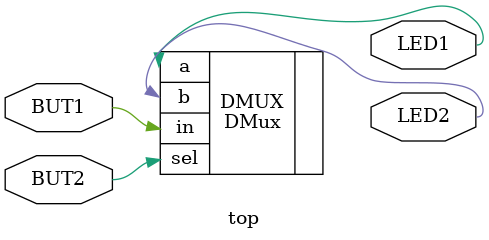
<source format=v>
`default_nettype none
module top(
	input BUT1,
	input BUT2,
	output LED1,
	output LED2
);

	DMux DMUX(.in(BUT1),.sel(BUT2),.a(LED1),.b(LED2));
	
endmodule

</source>
